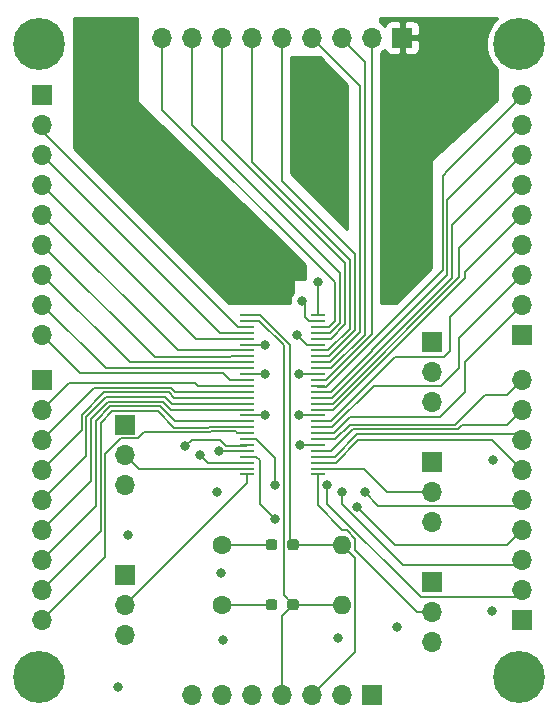
<source format=gbr>
%TF.GenerationSoftware,KiCad,Pcbnew,5.1.10*%
%TF.CreationDate,2021-09-02T21:39:33+02:00*%
%TF.ProjectId,pca9505-breakout.noqfn,70636139-3530-4352-9d62-7265616b6f75,rev?*%
%TF.SameCoordinates,Original*%
%TF.FileFunction,Copper,L1,Top*%
%TF.FilePolarity,Positive*%
%FSLAX46Y46*%
G04 Gerber Fmt 4.6, Leading zero omitted, Abs format (unit mm)*
G04 Created by KiCad (PCBNEW 5.1.10) date 2021-09-02 21:39:33*
%MOMM*%
%LPD*%
G01*
G04 APERTURE LIST*
%TA.AperFunction,ComponentPad*%
%ADD10O,1.700000X1.700000*%
%TD*%
%TA.AperFunction,ComponentPad*%
%ADD11R,1.700000X1.700000*%
%TD*%
%TA.AperFunction,ComponentPad*%
%ADD12C,4.400000*%
%TD*%
%TA.AperFunction,ComponentPad*%
%ADD13C,0.700000*%
%TD*%
%TA.AperFunction,SMDPad,CuDef*%
%ADD14R,1.200000X0.280000*%
%TD*%
%TA.AperFunction,ComponentPad*%
%ADD15O,1.600000X1.600000*%
%TD*%
%TA.AperFunction,ComponentPad*%
%ADD16C,1.600000*%
%TD*%
%TA.AperFunction,ViaPad*%
%ADD17C,0.800000*%
%TD*%
%TA.AperFunction,Conductor*%
%ADD18C,0.200000*%
%TD*%
%TA.AperFunction,Conductor*%
%ADD19C,0.254000*%
%TD*%
%TA.AperFunction,Conductor*%
%ADD20C,0.100000*%
%TD*%
G04 APERTURE END LIST*
D10*
%TO.P,J5,9*%
%TO.N,/IO3_7*%
X195580000Y-68580000D03*
%TO.P,J5,8*%
%TO.N,/IO3_6*%
X195580000Y-71120000D03*
%TO.P,J5,7*%
%TO.N,/IO3_5*%
X195580000Y-73660000D03*
%TO.P,J5,6*%
%TO.N,/IO3_4*%
X195580000Y-76200000D03*
%TO.P,J5,5*%
%TO.N,/IO3_3*%
X195580000Y-78740000D03*
%TO.P,J5,4*%
%TO.N,/IO3_2*%
X195580000Y-81280000D03*
%TO.P,J5,3*%
%TO.N,/IO3_1*%
X195580000Y-83820000D03*
%TO.P,J5,2*%
%TO.N,/IO3_0*%
X195580000Y-86360000D03*
D11*
%TO.P,J5,1*%
%TO.N,GND*%
X195580000Y-88900000D03*
%TD*%
D10*
%TO.P,J4,9*%
%TO.N,/IO2_7*%
X195580000Y-92710000D03*
%TO.P,J4,8*%
%TO.N,/IO2_6*%
X195580000Y-95250000D03*
%TO.P,J4,7*%
%TO.N,/IO2_5*%
X195580000Y-97790000D03*
%TO.P,J4,6*%
%TO.N,/IO2_4*%
X195580000Y-100330000D03*
%TO.P,J4,5*%
%TO.N,/IO2_3*%
X195580000Y-102870000D03*
%TO.P,J4,4*%
%TO.N,/IO2_2*%
X195580000Y-105410000D03*
%TO.P,J4,3*%
%TO.N,/IO2_1*%
X195580000Y-107950000D03*
%TO.P,J4,2*%
%TO.N,/IO2_0*%
X195580000Y-110490000D03*
D11*
%TO.P,J4,1*%
%TO.N,GND*%
X195580000Y-113030000D03*
%TD*%
D10*
%TO.P,J6,9*%
%TO.N,/IO4_7*%
X165100000Y-63754000D03*
%TO.P,J6,8*%
%TO.N,/IO4_6*%
X167640000Y-63754000D03*
%TO.P,J6,7*%
%TO.N,/IO4_5*%
X170180000Y-63754000D03*
%TO.P,J6,6*%
%TO.N,/IO4_4*%
X172720000Y-63754000D03*
%TO.P,J6,5*%
%TO.N,/IO4_3*%
X175260000Y-63754000D03*
%TO.P,J6,4*%
%TO.N,/IO4_2*%
X177800000Y-63754000D03*
%TO.P,J6,3*%
%TO.N,/IO4_1*%
X180340000Y-63754000D03*
%TO.P,J6,2*%
%TO.N,/IO4_0*%
X182880000Y-63754000D03*
D11*
%TO.P,J6,1*%
%TO.N,GND*%
X185420000Y-63754000D03*
%TD*%
D10*
%TO.P,J3,9*%
%TO.N,/IO1_7*%
X154940000Y-113030000D03*
%TO.P,J3,8*%
%TO.N,/IO1_6*%
X154940000Y-110490000D03*
%TO.P,J3,7*%
%TO.N,/IO1_5*%
X154940000Y-107950000D03*
%TO.P,J3,6*%
%TO.N,/IO1_4*%
X154940000Y-105410000D03*
%TO.P,J3,5*%
%TO.N,/IO1_3*%
X154940000Y-102870000D03*
%TO.P,J3,4*%
%TO.N,/IO1_2*%
X154940000Y-100330000D03*
%TO.P,J3,3*%
%TO.N,/IO1_1*%
X154940000Y-97790000D03*
%TO.P,J3,2*%
%TO.N,/IO1_0*%
X154940000Y-95250000D03*
D11*
%TO.P,J3,1*%
%TO.N,GND*%
X154940000Y-92710000D03*
%TD*%
D10*
%TO.P,J2,9*%
%TO.N,/IO0_7*%
X154940000Y-88900000D03*
%TO.P,J2,8*%
%TO.N,/IO0_6*%
X154940000Y-86360000D03*
%TO.P,J2,7*%
%TO.N,/IO0_5*%
X154940000Y-83820000D03*
%TO.P,J2,6*%
%TO.N,/IO0_4*%
X154940000Y-81280000D03*
%TO.P,J2,5*%
%TO.N,/IO0_3*%
X154940000Y-78740000D03*
%TO.P,J2,4*%
%TO.N,/IO0_2*%
X154940000Y-76200000D03*
%TO.P,J2,3*%
%TO.N,/IO0_1*%
X154940000Y-73660000D03*
%TO.P,J2,2*%
%TO.N,/IO0_0*%
X154940000Y-71120000D03*
D11*
%TO.P,J2,1*%
%TO.N,GND*%
X154940000Y-68580000D03*
%TD*%
D12*
%TO.P,H3,1*%
%TO.N,N/C*%
X195326000Y-64262000D03*
D13*
X196976000Y-64262000D03*
X196492726Y-65428726D03*
X195326000Y-65912000D03*
X194159274Y-65428726D03*
X193676000Y-64262000D03*
X194159274Y-63095274D03*
X195326000Y-62612000D03*
X196492726Y-63095274D03*
%TD*%
D12*
%TO.P,H4,1*%
%TO.N,N/C*%
X195326000Y-117856000D03*
D13*
X196976000Y-117856000D03*
X196492726Y-119022726D03*
X195326000Y-119506000D03*
X194159274Y-119022726D03*
X193676000Y-117856000D03*
X194159274Y-116689274D03*
X195326000Y-116206000D03*
X196492726Y-116689274D03*
%TD*%
D12*
%TO.P,H1,1*%
%TO.N,N/C*%
X154686000Y-64262000D03*
D13*
X156336000Y-64262000D03*
X155852726Y-65428726D03*
X154686000Y-65912000D03*
X153519274Y-65428726D03*
X153036000Y-64262000D03*
X153519274Y-63095274D03*
X154686000Y-62612000D03*
X155852726Y-63095274D03*
%TD*%
D12*
%TO.P,H2,1*%
%TO.N,N/C*%
X154686000Y-117856000D03*
D13*
X156336000Y-117856000D03*
X155852726Y-119022726D03*
X154686000Y-119506000D03*
X153519274Y-119022726D03*
X153036000Y-117856000D03*
X153519274Y-116689274D03*
X154686000Y-116206000D03*
X155852726Y-116689274D03*
%TD*%
D14*
%TO.P,U1,28*%
%TO.N,/A1*%
X172260000Y-100730000D03*
%TO.P,U1,29*%
%TO.N,/A2*%
X178260000Y-100730000D03*
%TO.P,U1,27*%
%TO.N,/A0*%
X172260000Y-100230000D03*
%TO.P,U1,30*%
%TO.N,/~OE~*%
X178260000Y-100230000D03*
%TO.P,U1,26*%
%TO.N,/IO2_3*%
X172260000Y-99730000D03*
%TO.P,U1,31*%
%TO.N,/IO2_4*%
X178260000Y-99730000D03*
%TO.P,U1,25*%
%TO.N,/IO2_2*%
X172260000Y-99230000D03*
%TO.P,U1,32*%
%TO.N,/IO2_5*%
X178260000Y-99230000D03*
%TO.P,U1,24*%
%TO.N,/IO2_1*%
X172260000Y-98730000D03*
%TO.P,U1,33*%
%TO.N,/IO2_6*%
X178260000Y-98730000D03*
%TO.P,U1,23*%
%TO.N,GND*%
X172260000Y-98230000D03*
%TO.P,U1,34*%
X178260000Y-98230000D03*
%TO.P,U1,22*%
%TO.N,/IO2_0*%
X172260000Y-97730000D03*
%TO.P,U1,35*%
%TO.N,/IO2_7*%
X178260000Y-97730000D03*
%TO.P,U1,21*%
%TO.N,/IO1_7*%
X172260000Y-97230000D03*
%TO.P,U1,36*%
%TO.N,/IO3_0*%
X178260000Y-97230000D03*
%TO.P,U1,20*%
%TO.N,/IO1_6*%
X172260000Y-96730000D03*
%TO.P,U1,37*%
%TO.N,/IO3_1*%
X178260000Y-96730000D03*
%TO.P,U1,19*%
%TO.N,/IO1_5*%
X172260000Y-96230000D03*
%TO.P,U1,38*%
%TO.N,/IO3_2*%
X178260000Y-96230000D03*
%TO.P,U1,18*%
%TO.N,Vcc*%
X172260000Y-95730000D03*
%TO.P,U1,39*%
%TO.N,GND*%
X178260000Y-95730000D03*
%TO.P,U1,17*%
%TO.N,/IO1_4*%
X172260000Y-95230000D03*
%TO.P,U1,40*%
%TO.N,/IO3_3*%
X178260000Y-95230000D03*
%TO.P,U1,16*%
%TO.N,/IO1_3*%
X172260000Y-94730000D03*
%TO.P,U1,41*%
%TO.N,/IO3_4*%
X178260000Y-94730000D03*
%TO.P,U1,15*%
%TO.N,/IO1_2*%
X172260000Y-94230000D03*
%TO.P,U1,42*%
%TO.N,/IO3_5*%
X178260000Y-94230000D03*
%TO.P,U1,14*%
%TO.N,/IO1_1*%
X172260000Y-93730000D03*
%TO.P,U1,43*%
%TO.N,/IO3_6*%
X178260000Y-93730000D03*
%TO.P,U1,13*%
%TO.N,/IO1_0*%
X172260000Y-93230000D03*
%TO.P,U1,44*%
%TO.N,/IO3_7*%
X178260000Y-93230000D03*
%TO.P,U1,12*%
%TO.N,/IO0_7*%
X172260000Y-92730000D03*
%TO.P,U1,45*%
%TO.N,/IO4_0*%
X178260000Y-92730000D03*
%TO.P,U1,11*%
%TO.N,GND*%
X172260000Y-92230000D03*
%TO.P,U1,46*%
%TO.N,Vcc*%
X178260000Y-92230000D03*
%TO.P,U1,10*%
%TO.N,/IO0_6*%
X172260000Y-91730000D03*
%TO.P,U1,47*%
%TO.N,/IO4_1*%
X178260000Y-91730000D03*
%TO.P,U1,9*%
%TO.N,/IO0_5*%
X172260000Y-91230000D03*
%TO.P,U1,48*%
%TO.N,/IO4_2*%
X178260000Y-91230000D03*
%TO.P,U1,8*%
%TO.N,/IO0_4*%
X172260000Y-90730000D03*
%TO.P,U1,49*%
%TO.N,/IO4_3*%
X178260000Y-90730000D03*
%TO.P,U1,7*%
%TO.N,/IO0_3*%
X172260000Y-90230000D03*
%TO.P,U1,50*%
%TO.N,/IO4_4*%
X178260000Y-90230000D03*
%TO.P,U1,6*%
%TO.N,GND*%
X172260000Y-89730000D03*
%TO.P,U1,51*%
X178260000Y-89730000D03*
%TO.P,U1,5*%
%TO.N,/IO0_2*%
X172260000Y-89230000D03*
%TO.P,U1,52*%
%TO.N,/IO4_5*%
X178260000Y-89230000D03*
%TO.P,U1,4*%
%TO.N,/IO0_1*%
X172260000Y-88730000D03*
%TO.P,U1,53*%
%TO.N,/IO4_6*%
X178260000Y-88730000D03*
%TO.P,U1,3*%
%TO.N,/IO0_0*%
X172260000Y-88230000D03*
%TO.P,U1,54*%
%TO.N,/IO4_7*%
X178260000Y-88230000D03*
%TO.P,U1,2*%
%TO.N,/SCL*%
X172260000Y-87730000D03*
%TO.P,U1,55*%
%TO.N,/~INT~*%
X178260000Y-87730000D03*
%TO.P,U1,1*%
%TO.N,/SDA*%
X172260000Y-87230000D03*
%TO.P,U1,56*%
%TO.N,/~RESET~*%
X178260000Y-87230000D03*
%TD*%
%TO.P,R2b1,2*%
%TO.N,/SDA*%
%TA.AperFunction,SMDPad,CuDef*%
G36*
G01*
X175685000Y-106917500D02*
X175685000Y-106442500D01*
G75*
G02*
X175922500Y-106205000I237500J0D01*
G01*
X176422500Y-106205000D01*
G75*
G02*
X176660000Y-106442500I0J-237500D01*
G01*
X176660000Y-106917500D01*
G75*
G02*
X176422500Y-107155000I-237500J0D01*
G01*
X175922500Y-107155000D01*
G75*
G02*
X175685000Y-106917500I0J237500D01*
G01*
G37*
%TD.AperFunction*%
%TO.P,R2b1,1*%
%TO.N,Vcc*%
%TA.AperFunction,SMDPad,CuDef*%
G36*
G01*
X173860000Y-106917500D02*
X173860000Y-106442500D01*
G75*
G02*
X174097500Y-106205000I237500J0D01*
G01*
X174597500Y-106205000D01*
G75*
G02*
X174835000Y-106442500I0J-237500D01*
G01*
X174835000Y-106917500D01*
G75*
G02*
X174597500Y-107155000I-237500J0D01*
G01*
X174097500Y-107155000D01*
G75*
G02*
X173860000Y-106917500I0J237500D01*
G01*
G37*
%TD.AperFunction*%
%TD*%
D15*
%TO.P,R2 1k6,2*%
%TO.N,/SDA*%
X180340000Y-106680000D03*
D16*
%TO.P,R2 1k6,1*%
%TO.N,Vcc*%
X170180000Y-106680000D03*
%TD*%
%TO.P,R1b1,2*%
%TO.N,/SCL*%
%TA.AperFunction,SMDPad,CuDef*%
G36*
G01*
X175685000Y-111997500D02*
X175685000Y-111522500D01*
G75*
G02*
X175922500Y-111285000I237500J0D01*
G01*
X176422500Y-111285000D01*
G75*
G02*
X176660000Y-111522500I0J-237500D01*
G01*
X176660000Y-111997500D01*
G75*
G02*
X176422500Y-112235000I-237500J0D01*
G01*
X175922500Y-112235000D01*
G75*
G02*
X175685000Y-111997500I0J237500D01*
G01*
G37*
%TD.AperFunction*%
%TO.P,R1b1,1*%
%TO.N,Vcc*%
%TA.AperFunction,SMDPad,CuDef*%
G36*
G01*
X173860000Y-111997500D02*
X173860000Y-111522500D01*
G75*
G02*
X174097500Y-111285000I237500J0D01*
G01*
X174597500Y-111285000D01*
G75*
G02*
X174835000Y-111522500I0J-237500D01*
G01*
X174835000Y-111997500D01*
G75*
G02*
X174597500Y-112235000I-237500J0D01*
G01*
X174097500Y-112235000D01*
G75*
G02*
X173860000Y-111997500I0J237500D01*
G01*
G37*
%TD.AperFunction*%
%TD*%
D15*
%TO.P,R1 1k6,2*%
%TO.N,/SCL*%
X180340000Y-111760000D03*
D16*
%TO.P,R1 1k6,1*%
%TO.N,Vcc*%
X170180000Y-111760000D03*
%TD*%
D10*
%TO.P,JP5,3*%
%TO.N,Vcc*%
X187960000Y-114935000D03*
%TO.P,JP5,2*%
%TO.N,/A2*%
X187960000Y-112395000D03*
D11*
%TO.P,JP5,1*%
%TO.N,GND*%
X187960000Y-109855000D03*
%TD*%
D10*
%TO.P,JP4,3*%
%TO.N,Vcc*%
X161925000Y-114300000D03*
%TO.P,JP4,2*%
%TO.N,/A1*%
X161925000Y-111760000D03*
D11*
%TO.P,JP4,1*%
%TO.N,GND*%
X161925000Y-109220000D03*
%TD*%
D10*
%TO.P,JP3,3*%
%TO.N,Vcc*%
X161925000Y-101600000D03*
%TO.P,JP3,2*%
%TO.N,/A0*%
X161925000Y-99060000D03*
D11*
%TO.P,JP3,1*%
%TO.N,GND*%
X161925000Y-96520000D03*
%TD*%
D10*
%TO.P,JP2,3*%
%TO.N,Vcc*%
X187960000Y-94615000D03*
%TO.P,JP2,2*%
%TO.N,/~RESET~*%
X187960000Y-92075000D03*
D11*
%TO.P,JP2,1*%
%TO.N,GND*%
X187960000Y-89535000D03*
%TD*%
D10*
%TO.P,JP1,3*%
%TO.N,Vcc*%
X187960000Y-104775000D03*
%TO.P,JP1,2*%
%TO.N,/~OE~*%
X187960000Y-102235000D03*
D11*
%TO.P,JP1,1*%
%TO.N,GND*%
X187960000Y-99695000D03*
%TD*%
D10*
%TO.P,J1,7*%
%TO.N,/~INT~*%
X167640000Y-119380000D03*
%TO.P,J1,6*%
%TO.N,/~RESET~*%
X170180000Y-119380000D03*
%TO.P,J1,5*%
%TO.N,/~OE~*%
X172720000Y-119380000D03*
%TO.P,J1,4*%
%TO.N,/SCL*%
X175260000Y-119380000D03*
%TO.P,J1,3*%
%TO.N,/SDA*%
X177800000Y-119380000D03*
%TO.P,J1,2*%
%TO.N,Vcc*%
X180340000Y-119380000D03*
D11*
%TO.P,J1,1*%
%TO.N,GND*%
X182880000Y-119380000D03*
%TD*%
D17*
%TO.N,/~INT~*%
X176949100Y-86055200D03*
%TO.N,/~RESET~*%
X178260000Y-84455000D03*
%TO.N,GND*%
X176725000Y-98230000D03*
X176685000Y-95730000D03*
X173835000Y-92230000D03*
X173795000Y-89730000D03*
X176530000Y-88900000D03*
X167043100Y-98348800D03*
X159029400Y-63411100D03*
X160528000Y-72136000D03*
X163537900Y-77355700D03*
X169672000Y-80772000D03*
X172720000Y-80772000D03*
X189992000Y-65024000D03*
X187960000Y-68326000D03*
X185928000Y-72136000D03*
X186283600Y-76593700D03*
X185928000Y-80772000D03*
X179324000Y-75184000D03*
X177571400Y-72478900D03*
X193040000Y-112268000D03*
X193116200Y-99529900D03*
X162217100Y-105867200D03*
X161391600Y-118706900D03*
%TO.N,Vcc*%
X176685000Y-92230000D03*
X173835000Y-95730000D03*
X184937400Y-113652300D03*
X179946300Y-114592100D03*
X170281600Y-114782600D03*
X170091100Y-109105700D03*
X169722800Y-102247700D03*
%TO.N,/IO2_3*%
X168275000Y-99060000D03*
X182245000Y-102235000D03*
%TO.N,/IO2_2*%
X181610000Y-103505000D03*
X174625000Y-104521000D03*
%TO.N,/IO2_1*%
X169875000Y-98730000D03*
X180340000Y-102235000D03*
%TO.N,/IO2_0*%
X174625000Y-101600000D03*
X179070000Y-101600000D03*
%TD*%
D18*
%TO.N,/~INT~*%
X177479998Y-87730000D02*
X177165000Y-87415002D01*
X177165000Y-87415002D02*
X177165000Y-86360000D01*
X178260000Y-87730000D02*
X177479998Y-87730000D01*
X176949100Y-86144100D02*
X177165000Y-86360000D01*
X176949100Y-86055200D02*
X176949100Y-86144100D01*
%TO.N,/~RESET~*%
X178260000Y-87230000D02*
X178260000Y-86535000D01*
X178260000Y-86535000D02*
X178260000Y-86535000D01*
X178260000Y-86535000D02*
X178260000Y-84455000D01*
%TO.N,/~OE~*%
X187960000Y-102235000D02*
X184150000Y-102235000D01*
X182145000Y-100230000D02*
X178260000Y-100230000D01*
X184150000Y-102235000D02*
X182145000Y-100230000D01*
%TO.N,/SCL*%
X175260000Y-112672500D02*
X176172500Y-111760000D01*
X175260000Y-119380000D02*
X175260000Y-112672500D01*
X180340000Y-111760000D02*
X176172500Y-111760000D01*
X173040002Y-87730000D02*
X172260000Y-87730000D01*
X175384990Y-89791010D02*
X173323980Y-87730000D01*
X175384990Y-110972490D02*
X175384990Y-89791010D01*
X173323980Y-87730000D02*
X173040002Y-87730000D01*
X176172500Y-111760000D02*
X175384990Y-110972490D01*
%TO.N,/SDA*%
X176172500Y-106680000D02*
X180340000Y-106680000D01*
X181440001Y-107780001D02*
X180340000Y-106680000D01*
X181440001Y-115739999D02*
X181440001Y-107780001D01*
X177800000Y-119380000D02*
X181440001Y-115739999D01*
X175895000Y-106402500D02*
X176172500Y-106680000D01*
X175895000Y-89735322D02*
X175895000Y-106402500D01*
X173389678Y-87230000D02*
X175895000Y-89735322D01*
X172260000Y-87230000D02*
X173389678Y-87230000D01*
%TO.N,GND*%
X172260000Y-89730000D02*
X173795000Y-89730000D01*
X172260000Y-92230000D02*
X173835000Y-92230000D01*
X178260000Y-95730000D02*
X176685000Y-95730000D01*
X178260000Y-98230000D02*
X176725000Y-98230000D01*
X176725000Y-98230000D02*
X176725000Y-98230000D01*
X176685000Y-95730000D02*
X176685000Y-95730000D01*
X173835000Y-92230000D02*
X173835000Y-92230000D01*
X173795000Y-89730000D02*
X173795000Y-89730000D01*
X178260000Y-89730000D02*
X177360000Y-89730000D01*
X177360000Y-89730000D02*
X176530000Y-88900000D01*
X176530000Y-88900000D02*
X176530000Y-88900000D01*
X169545000Y-97790000D02*
X169545000Y-97790000D01*
X169971002Y-97790000D02*
X167601900Y-97790000D01*
X170471001Y-98289999D02*
X169971002Y-97790000D01*
X167601900Y-97790000D02*
X167043100Y-98348800D01*
X172220001Y-98289999D02*
X170471001Y-98289999D01*
X172260000Y-98250000D02*
X172220001Y-98289999D01*
X172260000Y-98230000D02*
X172260000Y-98250000D01*
%TO.N,Vcc*%
X174347500Y-106680000D02*
X170180000Y-106680000D01*
X172260000Y-95730000D02*
X173835000Y-95730000D01*
X178260000Y-92230000D02*
X176685000Y-92230000D01*
X176685000Y-92230000D02*
X176685000Y-92230000D01*
X173835000Y-95730000D02*
X173835000Y-95730000D01*
X174347500Y-111760000D02*
X170180000Y-111760000D01*
%TO.N,/IO0_7*%
X170835000Y-92730000D02*
X172260000Y-92730000D01*
X170235010Y-92130010D02*
X170835000Y-92730000D01*
X158170010Y-92130010D02*
X170235010Y-92130010D01*
X154940000Y-88900000D02*
X158170010Y-92130010D01*
%TO.N,/IO0_6*%
X160310000Y-91730000D02*
X172260000Y-91730000D01*
X154940000Y-86360000D02*
X160310000Y-91730000D01*
%TO.N,/IO0_5*%
X162350000Y-91230000D02*
X172260000Y-91230000D01*
X154940000Y-83820000D02*
X162350000Y-91230000D01*
%TO.N,/IO0_4*%
X154940000Y-81280000D02*
X164449999Y-90789999D01*
X170890000Y-90730000D02*
X172260000Y-90730000D01*
X170830001Y-90789999D02*
X170890000Y-90730000D01*
X164449999Y-90789999D02*
X170830001Y-90789999D01*
%TO.N,/IO0_3*%
X166430000Y-90230000D02*
X172260000Y-90230000D01*
X154940000Y-78740000D02*
X166430000Y-90230000D01*
%TO.N,/IO0_2*%
X167970000Y-89230000D02*
X172260000Y-89230000D01*
X154940000Y-76200000D02*
X167970000Y-89230000D01*
%TO.N,/IO0_1*%
X170010000Y-88730000D02*
X172260000Y-88730000D01*
X154940000Y-73660000D02*
X170010000Y-88730000D01*
%TO.N,/IO0_0*%
X171479998Y-88230000D02*
X172260000Y-88230000D01*
X154940000Y-71120000D02*
X154940000Y-71690002D01*
X154940000Y-71690002D02*
X171479998Y-88230000D01*
%TO.N,/IO1_7*%
X171460000Y-97230000D02*
X172260000Y-97230000D01*
X169208999Y-97089999D02*
X171319999Y-97089999D01*
X171319999Y-97089999D02*
X171460000Y-97230000D01*
X160274000Y-99008998D02*
X161612997Y-97670001D01*
X160274000Y-107696000D02*
X160274000Y-99008998D01*
X154940000Y-113030000D02*
X160274000Y-107696000D01*
X163015001Y-97670001D02*
X161612997Y-97670001D01*
X163510992Y-97174010D02*
X163015001Y-97670001D01*
X169124988Y-97174010D02*
X163510992Y-97174010D01*
X169208999Y-97089999D02*
X169124988Y-97174010D01*
%TO.N,/IO1_6*%
X160834999Y-95369999D02*
X164711999Y-95369999D01*
X159873990Y-96331008D02*
X160834999Y-95369999D01*
X159873990Y-105556010D02*
X159873990Y-96331008D01*
X154940000Y-110490000D02*
X159873990Y-105556010D01*
X164711999Y-95369999D02*
X166116000Y-96774000D01*
X172219989Y-96689989D02*
X172260000Y-96730000D01*
X169043310Y-96689989D02*
X172219989Y-96689989D01*
X168959299Y-96774000D02*
X169043310Y-96689989D01*
X166116000Y-96774000D02*
X168959299Y-96774000D01*
%TO.N,/IO1_5*%
X160669310Y-94969989D02*
X164877687Y-94969989D01*
X159473980Y-96165319D02*
X160669310Y-94969989D01*
X159473980Y-103416020D02*
X159473980Y-96165319D01*
X154940000Y-107950000D02*
X159473980Y-103416020D01*
X166137698Y-96230000D02*
X172260000Y-96230000D01*
X164877687Y-94969989D02*
X166137698Y-96230000D01*
%TO.N,/IO1_4*%
X160503621Y-94569979D02*
X165181979Y-94569979D01*
X159073970Y-95999630D02*
X160503621Y-94569979D01*
X159073970Y-101276030D02*
X159073970Y-95999630D01*
X154940000Y-105410000D02*
X159073970Y-101276030D01*
X165842000Y-95230000D02*
X172260000Y-95230000D01*
X165181979Y-94569979D02*
X165842000Y-95230000D01*
%TO.N,/IO1_3*%
X160337932Y-94169969D02*
X165347667Y-94169969D01*
X158673960Y-95833941D02*
X160337932Y-94169969D01*
X158673960Y-99136040D02*
X158673960Y-95833941D01*
X154940000Y-102870000D02*
X158673960Y-99136040D01*
X165907698Y-94730000D02*
X172260000Y-94730000D01*
X165347667Y-94169969D02*
X165907698Y-94730000D01*
%TO.N,/IO1_2*%
X165651959Y-93769959D02*
X166116000Y-94234000D01*
X160172243Y-93769959D02*
X165651959Y-93769959D01*
X158273950Y-95668252D02*
X160172243Y-93769959D01*
X158273950Y-96996050D02*
X158273950Y-95668252D01*
X154940000Y-100330000D02*
X158273950Y-96996050D01*
X171962000Y-94230000D02*
X172260000Y-94230000D01*
X171958000Y-94234000D02*
X171962000Y-94230000D01*
X166116000Y-94234000D02*
X171958000Y-94234000D01*
%TO.N,/IO1_1*%
X166177698Y-93730000D02*
X172260000Y-93730000D01*
X165817648Y-93369949D02*
X166177698Y-93730000D01*
X159360051Y-93369949D02*
X165817648Y-93369949D01*
X154940000Y-97790000D02*
X159360051Y-93369949D01*
%TO.N,/IO1_0*%
X168160000Y-93230000D02*
X172260000Y-93230000D01*
X167899939Y-92969939D02*
X168160000Y-93230000D01*
X157220061Y-92969939D02*
X167899939Y-92969939D01*
X154940000Y-95250000D02*
X157220061Y-92969939D01*
%TO.N,/IO2_7*%
X189865000Y-96520000D02*
X192405000Y-93980000D01*
X180975000Y-96520000D02*
X189865000Y-96520000D01*
X179765000Y-97730000D02*
X180975000Y-96520000D01*
X178260000Y-97730000D02*
X179765000Y-97730000D01*
X194310000Y-93980000D02*
X195580000Y-92710000D01*
X192405000Y-93980000D02*
X194310000Y-93980000D01*
%TO.N,/IO2_6*%
X178260000Y-98730000D02*
X179400000Y-98730000D01*
X181209990Y-96920010D02*
X190099990Y-96920010D01*
X179400000Y-98730000D02*
X181209990Y-96920010D01*
X190099990Y-96920010D02*
X190500000Y-96520000D01*
X194310000Y-96520000D02*
X195580000Y-95250000D01*
X190500000Y-96520000D02*
X194310000Y-96520000D01*
%TO.N,/IO2_5*%
X195110020Y-97320020D02*
X195580000Y-97790000D01*
X181610000Y-97320020D02*
X195110020Y-97320020D01*
X179700020Y-99230000D02*
X181610000Y-97320020D01*
X178260000Y-99230000D02*
X179700020Y-99230000D01*
%TO.N,/IO2_4*%
X193040000Y-97790000D02*
X195580000Y-100330000D01*
X181705718Y-97790000D02*
X193040000Y-97790000D01*
X179765718Y-99730000D02*
X181705718Y-97790000D01*
X178260000Y-99730000D02*
X179765718Y-99730000D01*
%TO.N,/IO2_3*%
X168275000Y-99060000D02*
X168275000Y-99060000D01*
X182245000Y-102235000D02*
X182245000Y-102235000D01*
X168945000Y-99730000D02*
X172260000Y-99730000D01*
X168275000Y-99060000D02*
X168945000Y-99730000D01*
X182245000Y-102235000D02*
X183395001Y-103385001D01*
X195064999Y-103385001D02*
X195580000Y-102870000D01*
X183395001Y-103385001D02*
X195064999Y-103385001D01*
%TO.N,/IO2_2*%
X181610000Y-103505000D02*
X181610000Y-103505000D01*
X181610000Y-103505000D02*
X184785000Y-106680000D01*
X194310000Y-106680000D02*
X195580000Y-105410000D01*
X184785000Y-106680000D02*
X194310000Y-106680000D01*
X173355000Y-99544998D02*
X173040002Y-99230000D01*
X173355000Y-103251000D02*
X173355000Y-99544998D01*
X173040002Y-99230000D02*
X172260000Y-99230000D01*
X174625000Y-104521000D02*
X173355000Y-103251000D01*
%TO.N,/IO2_1*%
X172260000Y-98730000D02*
X171460000Y-98730000D01*
X171460000Y-98730000D02*
X169875000Y-98730000D01*
X169875000Y-98730000D02*
X169875000Y-98730000D01*
X180340000Y-102235000D02*
X180340000Y-102235000D01*
X180340000Y-103271002D02*
X185438999Y-108370001D01*
X180340000Y-102235000D02*
X180340000Y-103271002D01*
X195159999Y-108370001D02*
X195580000Y-107950000D01*
X185438999Y-108370001D02*
X195159999Y-108370001D01*
%TO.N,/IO2_0*%
X174625000Y-101600000D02*
X174625000Y-101600000D01*
X179070000Y-101600000D02*
X179070000Y-101600000D01*
X179070000Y-103216300D02*
X186978700Y-111125000D01*
X179070000Y-101600000D02*
X179070000Y-103216300D01*
X194945000Y-111125000D02*
X195580000Y-110490000D01*
X186978700Y-111125000D02*
X194945000Y-111125000D01*
X173060000Y-97730000D02*
X172260000Y-97730000D01*
X174625000Y-99295000D02*
X173060000Y-97730000D01*
X174625000Y-101600000D02*
X174625000Y-99295000D01*
%TO.N,/IO3_7*%
X189283995Y-74983995D02*
X195580000Y-68687990D01*
X188829990Y-75438000D02*
X189283995Y-74983995D01*
X188829990Y-83440012D02*
X188829990Y-75438000D01*
X178980003Y-93289999D02*
X188829990Y-83440012D01*
X178319999Y-93289999D02*
X178980003Y-93289999D01*
X178260000Y-93230000D02*
X178319999Y-93289999D01*
%TO.N,/IO3_6*%
X179389302Y-93730000D02*
X178260000Y-93730000D01*
X182880000Y-90239302D02*
X179389302Y-93730000D01*
X182880000Y-90170000D02*
X182880000Y-90239302D01*
X189230000Y-83820000D02*
X182880000Y-90170000D01*
X189230000Y-77470000D02*
X189230000Y-83820000D01*
X195580000Y-71120000D02*
X189230000Y-77470000D01*
%TO.N,/IO3_5*%
X179455000Y-94230000D02*
X178260000Y-94230000D01*
X189630010Y-84054990D02*
X179455000Y-94230000D01*
X189630010Y-79609990D02*
X189630010Y-84054990D01*
X195580000Y-73660000D02*
X189630010Y-79609990D01*
%TO.N,/IO3_4*%
X179520698Y-94730000D02*
X190246000Y-84004698D01*
X190246000Y-81534000D02*
X195580000Y-76200000D01*
X190246000Y-84004698D02*
X190246000Y-81534000D01*
X179520698Y-94730000D02*
X178260000Y-94730000D01*
%TO.N,/IO3_3*%
X190754000Y-84062396D02*
X179586396Y-95230000D01*
X190754000Y-83566000D02*
X190754000Y-84062396D01*
X179586396Y-95230000D02*
X178260000Y-95230000D01*
X195580000Y-78740000D02*
X190754000Y-83566000D01*
%TO.N,/IO3_2*%
X178260000Y-96230000D02*
X179415000Y-96230000D01*
X184840000Y-90805000D02*
X188930002Y-90805000D01*
X179415000Y-96230000D02*
X184840000Y-90805000D01*
X188930002Y-90805000D02*
X189484000Y-90251002D01*
X189484000Y-87376000D02*
X195580000Y-81280000D01*
X189484000Y-90251002D02*
X189484000Y-87376000D01*
%TO.N,/IO3_1*%
X190246000Y-89154000D02*
X195580000Y-83820000D01*
X190246000Y-91694000D02*
X190246000Y-89154000D01*
X188714999Y-93225001D02*
X190246000Y-91694000D01*
X182985697Y-93225001D02*
X188714999Y-93225001D01*
X179480698Y-96730000D02*
X182985697Y-93225001D01*
X178260000Y-96730000D02*
X179480698Y-96730000D01*
%TO.N,/IO3_0*%
X180975000Y-95885000D02*
X179630000Y-97230000D01*
X179630000Y-97230000D02*
X178260000Y-97230000D01*
X188595000Y-95885000D02*
X180975000Y-95885000D01*
X188595000Y-95885000D02*
X190754000Y-93726000D01*
X190754000Y-91186000D02*
X195580000Y-86360000D01*
X190754000Y-93726000D02*
X190754000Y-91186000D01*
%TO.N,/IO4_7*%
X178260000Y-88230000D02*
X179243604Y-88230000D01*
X179243604Y-88230000D02*
X179705000Y-87768604D01*
X165100000Y-69850000D02*
X165100000Y-67310000D01*
X179705000Y-87768604D02*
X179705000Y-84455000D01*
X179705000Y-84455000D02*
X165100000Y-69850000D01*
X165100000Y-67310000D02*
X165100000Y-63754000D01*
%TO.N,/IO4_6*%
X178260000Y-88730000D02*
X179309302Y-88730000D01*
X179309302Y-88730000D02*
X180174980Y-87864322D01*
X167640000Y-71120000D02*
X167640000Y-67310000D01*
X180174980Y-87864322D02*
X180174980Y-83654980D01*
X180174980Y-83654980D02*
X167640000Y-71120000D01*
X167640000Y-67310000D02*
X167640000Y-63754000D01*
%TO.N,/IO4_5*%
X178260000Y-89230000D02*
X179375000Y-89230000D01*
X179375000Y-89230000D02*
X180574990Y-88030010D01*
X170180000Y-72390000D02*
X170180000Y-67310000D01*
X180574990Y-88030010D02*
X180574990Y-82784990D01*
X180574990Y-82784990D02*
X170180000Y-72390000D01*
X170180000Y-67310000D02*
X170180000Y-63754000D01*
%TO.N,/IO4_4*%
X179148604Y-90230000D02*
X180975000Y-88403604D01*
X178260000Y-90230000D02*
X179148604Y-90230000D01*
X180975000Y-88403604D02*
X180975000Y-82550000D01*
X180975000Y-82550000D02*
X172720000Y-74295000D01*
X172720000Y-74295000D02*
X172720000Y-67310000D01*
X172720000Y-67310000D02*
X172720000Y-63754000D01*
%TO.N,/IO4_3*%
X179214302Y-90730000D02*
X181444980Y-88499322D01*
X178260000Y-90730000D02*
X179214302Y-90730000D01*
X181444980Y-88499322D02*
X181444980Y-82080020D01*
X181444980Y-82080020D02*
X175260000Y-75895040D01*
X175260000Y-75895040D02*
X175260000Y-67310000D01*
X175260000Y-67310000D02*
X175260000Y-63754000D01*
%TO.N,/IO4_2*%
X178260000Y-91230000D02*
X179280000Y-91230000D01*
X179280000Y-91230000D02*
X181844990Y-88665010D01*
X181844990Y-67798990D02*
X177800000Y-63754000D01*
X181844990Y-67798990D02*
X181844990Y-71647010D01*
X181844990Y-71647010D02*
X181844990Y-71354990D01*
X181844990Y-88665010D02*
X181844990Y-71647010D01*
%TO.N,/IO4_1*%
X182181500Y-65722500D02*
X180340000Y-63881000D01*
X182245000Y-65786000D02*
X182181500Y-65722500D01*
X182245000Y-88893606D02*
X182245000Y-65786000D01*
X179408606Y-91730000D02*
X182245000Y-88893606D01*
X178260000Y-91730000D02*
X179408606Y-91730000D01*
%TO.N,/IO4_0*%
X182880000Y-67056000D02*
X182880000Y-63754000D01*
X182880000Y-88824304D02*
X182880000Y-67056000D01*
X178974304Y-92730000D02*
X182880000Y-88824304D01*
X178260000Y-92730000D02*
X178974304Y-92730000D01*
%TO.N,/A0*%
X163095000Y-100230000D02*
X161925000Y-99060000D01*
X172260000Y-100230000D02*
X163095000Y-100230000D01*
%TO.N,/A1*%
X172260000Y-101425000D02*
X161925000Y-111760000D01*
X172260000Y-100730000D02*
X172260000Y-101425000D01*
%TO.N,/A2*%
X186690000Y-112395000D02*
X184150000Y-109855000D01*
X187960000Y-112395000D02*
X186690000Y-112395000D01*
X180340000Y-105410000D02*
X178260000Y-103330000D01*
X180698002Y-105410000D02*
X180340000Y-105410000D01*
X181440001Y-106151999D02*
X180698002Y-105410000D01*
X178260000Y-103330000D02*
X178260000Y-100730000D01*
X181440001Y-107145001D02*
X181440001Y-106151999D01*
X184150000Y-109855000D02*
X181440001Y-107145001D01*
%TD*%
D19*
%TO.N,GND*%
X162941000Y-69088000D02*
X162943440Y-69112776D01*
X162950667Y-69136601D01*
X162962403Y-69158557D01*
X162979845Y-69179420D01*
X174463429Y-80252875D01*
X177165000Y-82954447D01*
X177165000Y-84201000D01*
X176276000Y-84201000D01*
X176251224Y-84203440D01*
X176227399Y-84210667D01*
X176205443Y-84222403D01*
X176186197Y-84238197D01*
X176170403Y-84257443D01*
X176158667Y-84279399D01*
X176151440Y-84303224D01*
X176149000Y-84328000D01*
X176149000Y-85391589D01*
X176145163Y-85395426D01*
X176031895Y-85564944D01*
X175953874Y-85753302D01*
X175914100Y-85953261D01*
X175914100Y-86157139D01*
X175929190Y-86233000D01*
X170740606Y-86233000D01*
X157607000Y-73099394D01*
X157607000Y-62103000D01*
X162941000Y-62103000D01*
X162941000Y-69088000D01*
%TA.AperFunction,Conductor*%
D20*
G36*
X162941000Y-69088000D02*
G01*
X162943440Y-69112776D01*
X162950667Y-69136601D01*
X162962403Y-69158557D01*
X162979845Y-69179420D01*
X174463429Y-80252875D01*
X177165000Y-82954447D01*
X177165000Y-84201000D01*
X176276000Y-84201000D01*
X176251224Y-84203440D01*
X176227399Y-84210667D01*
X176205443Y-84222403D01*
X176186197Y-84238197D01*
X176170403Y-84257443D01*
X176158667Y-84279399D01*
X176151440Y-84303224D01*
X176149000Y-84328000D01*
X176149000Y-85391589D01*
X176145163Y-85395426D01*
X176031895Y-85564944D01*
X175953874Y-85753302D01*
X175914100Y-85953261D01*
X175914100Y-86157139D01*
X175929190Y-86233000D01*
X170740606Y-86233000D01*
X157607000Y-73099394D01*
X157607000Y-62103000D01*
X162941000Y-62103000D01*
X162941000Y-69088000D01*
G37*
%TD.AperFunction*%
%TD*%
D19*
%TO.N,GND*%
X180721000Y-67714447D02*
X180721000Y-79957394D01*
X175995000Y-75231394D01*
X175995000Y-65405000D01*
X178411553Y-65405000D01*
X180721000Y-67714447D01*
%TA.AperFunction,Conductor*%
D20*
G36*
X180721000Y-67714447D02*
G01*
X180721000Y-79957394D01*
X175995000Y-75231394D01*
X175995000Y-65405000D01*
X178411553Y-65405000D01*
X180721000Y-67714447D01*
G37*
%TD.AperFunction*%
%TD*%
D19*
%TO.N,GND*%
X193421000Y-62157705D02*
X193123912Y-62454793D01*
X192813656Y-62919124D01*
X192599948Y-63435061D01*
X192491000Y-63982777D01*
X192491000Y-64541223D01*
X192599948Y-65088939D01*
X192813656Y-65604876D01*
X193123912Y-66069207D01*
X193421000Y-66366295D01*
X193421000Y-69031820D01*
X187874571Y-74074028D01*
X187857879Y-74092500D01*
X187845112Y-74113873D01*
X187836760Y-74137327D01*
X187833000Y-74168000D01*
X187833000Y-83259394D01*
X184859394Y-86233000D01*
X183615000Y-86233000D01*
X183615000Y-65048883D01*
X183826632Y-64907475D01*
X183958487Y-64775620D01*
X183980498Y-64848180D01*
X184039463Y-64958494D01*
X184118815Y-65055185D01*
X184215506Y-65134537D01*
X184325820Y-65193502D01*
X184445518Y-65229812D01*
X184570000Y-65242072D01*
X185134250Y-65239000D01*
X185293000Y-65080250D01*
X185293000Y-63881000D01*
X185547000Y-63881000D01*
X185547000Y-65080250D01*
X185705750Y-65239000D01*
X186270000Y-65242072D01*
X186394482Y-65229812D01*
X186514180Y-65193502D01*
X186624494Y-65134537D01*
X186721185Y-65055185D01*
X186800537Y-64958494D01*
X186859502Y-64848180D01*
X186895812Y-64728482D01*
X186908072Y-64604000D01*
X186905000Y-64039750D01*
X186746250Y-63881000D01*
X185547000Y-63881000D01*
X185293000Y-63881000D01*
X185273000Y-63881000D01*
X185273000Y-63627000D01*
X185293000Y-63627000D01*
X185293000Y-62427750D01*
X185547000Y-62427750D01*
X185547000Y-63627000D01*
X186746250Y-63627000D01*
X186905000Y-63468250D01*
X186908072Y-62904000D01*
X186895812Y-62779518D01*
X186859502Y-62659820D01*
X186800537Y-62549506D01*
X186721185Y-62452815D01*
X186624494Y-62373463D01*
X186514180Y-62314498D01*
X186394482Y-62278188D01*
X186270000Y-62265928D01*
X185705750Y-62269000D01*
X185547000Y-62427750D01*
X185293000Y-62427750D01*
X185134250Y-62269000D01*
X184570000Y-62265928D01*
X184445518Y-62278188D01*
X184325820Y-62314498D01*
X184215506Y-62373463D01*
X184118815Y-62452815D01*
X184039463Y-62549506D01*
X183980498Y-62659820D01*
X183958487Y-62732380D01*
X183826632Y-62600525D01*
X183583411Y-62438010D01*
X183515000Y-62409673D01*
X183515000Y-62103000D01*
X193421000Y-62103000D01*
X193421000Y-62157705D01*
%TA.AperFunction,Conductor*%
D20*
G36*
X193421000Y-62157705D02*
G01*
X193123912Y-62454793D01*
X192813656Y-62919124D01*
X192599948Y-63435061D01*
X192491000Y-63982777D01*
X192491000Y-64541223D01*
X192599948Y-65088939D01*
X192813656Y-65604876D01*
X193123912Y-66069207D01*
X193421000Y-66366295D01*
X193421000Y-69031820D01*
X187874571Y-74074028D01*
X187857879Y-74092500D01*
X187845112Y-74113873D01*
X187836760Y-74137327D01*
X187833000Y-74168000D01*
X187833000Y-83259394D01*
X184859394Y-86233000D01*
X183615000Y-86233000D01*
X183615000Y-65048883D01*
X183826632Y-64907475D01*
X183958487Y-64775620D01*
X183980498Y-64848180D01*
X184039463Y-64958494D01*
X184118815Y-65055185D01*
X184215506Y-65134537D01*
X184325820Y-65193502D01*
X184445518Y-65229812D01*
X184570000Y-65242072D01*
X185134250Y-65239000D01*
X185293000Y-65080250D01*
X185293000Y-63881000D01*
X185547000Y-63881000D01*
X185547000Y-65080250D01*
X185705750Y-65239000D01*
X186270000Y-65242072D01*
X186394482Y-65229812D01*
X186514180Y-65193502D01*
X186624494Y-65134537D01*
X186721185Y-65055185D01*
X186800537Y-64958494D01*
X186859502Y-64848180D01*
X186895812Y-64728482D01*
X186908072Y-64604000D01*
X186905000Y-64039750D01*
X186746250Y-63881000D01*
X185547000Y-63881000D01*
X185293000Y-63881000D01*
X185273000Y-63881000D01*
X185273000Y-63627000D01*
X185293000Y-63627000D01*
X185293000Y-62427750D01*
X185547000Y-62427750D01*
X185547000Y-63627000D01*
X186746250Y-63627000D01*
X186905000Y-63468250D01*
X186908072Y-62904000D01*
X186895812Y-62779518D01*
X186859502Y-62659820D01*
X186800537Y-62549506D01*
X186721185Y-62452815D01*
X186624494Y-62373463D01*
X186514180Y-62314498D01*
X186394482Y-62278188D01*
X186270000Y-62265928D01*
X185705750Y-62269000D01*
X185547000Y-62427750D01*
X185293000Y-62427750D01*
X185134250Y-62269000D01*
X184570000Y-62265928D01*
X184445518Y-62278188D01*
X184325820Y-62314498D01*
X184215506Y-62373463D01*
X184118815Y-62452815D01*
X184039463Y-62549506D01*
X183980498Y-62659820D01*
X183958487Y-62732380D01*
X183826632Y-62600525D01*
X183583411Y-62438010D01*
X183515000Y-62409673D01*
X183515000Y-62103000D01*
X193421000Y-62103000D01*
X193421000Y-62157705D01*
G37*
%TD.AperFunction*%
%TD*%
M02*

</source>
